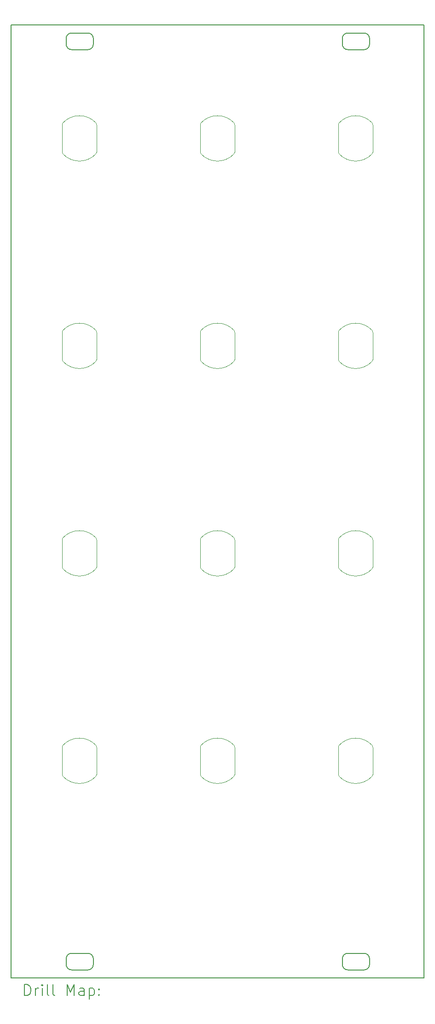
<source format=gbr>
%TF.GenerationSoftware,KiCad,Pcbnew,8.0.6*%
%TF.CreationDate,2025-04-05T09:24:30-04:00*%
%TF.ProjectId,BlindsPanel,426c696e-6473-4506-916e-656c2e6b6963,rev?*%
%TF.SameCoordinates,Original*%
%TF.FileFunction,Drillmap*%
%TF.FilePolarity,Positive*%
%FSLAX45Y45*%
G04 Gerber Fmt 4.5, Leading zero omitted, Abs format (unit mm)*
G04 Created by KiCad (PCBNEW 8.0.6) date 2025-04-05 09:24:30*
%MOMM*%
%LPD*%
G01*
G04 APERTURE LIST*
%ADD10C,0.200000*%
%ADD11C,0.100000*%
G04 APERTURE END LIST*
D10*
X8900000Y-1727500D02*
X16500000Y-1727500D01*
X16500000Y-19227500D01*
X8900000Y-19227500D01*
X8900000Y-1727500D01*
D11*
X12382500Y-4060110D02*
X12382500Y-3559370D01*
X13017500Y-3559870D02*
X13017500Y-4060630D01*
X12382500Y-3559370D02*
G75*
G02*
X12396000Y-3525200I49998J-2D01*
G01*
X12396000Y-3525200D02*
G75*
G02*
X13004000Y-3525200I304000J-284800D01*
G01*
X12396000Y-4094800D02*
G75*
G02*
X12382500Y-4060110I36522J34185D01*
G01*
X13004000Y-3525200D02*
G75*
G02*
X13017501Y-3559870I-36480J-34170D01*
G01*
X13004000Y-4094800D02*
G75*
G02*
X12396000Y-4094800I-304000J284800D01*
G01*
X13017500Y-4060630D02*
G75*
G02*
X13004000Y-4094800I-49989J-2D01*
G01*
D10*
X14996250Y-2080000D02*
X14996250Y-1975000D01*
X15096250Y-1875000D02*
X15396250Y-1875000D01*
X15396250Y-2180000D02*
X15096250Y-2180000D01*
X15496250Y-1975000D02*
X15496250Y-2080000D01*
X14996250Y-1975000D02*
G75*
G02*
X15096250Y-1875000I100000J0D01*
G01*
X15096250Y-2180000D02*
G75*
G02*
X14996250Y-2080000I0J100000D01*
G01*
X15396250Y-1875000D02*
G75*
G02*
X15496250Y-1975000I0J-100000D01*
G01*
X15496250Y-2080000D02*
G75*
G02*
X15396250Y-2180000I-100000J0D01*
G01*
D11*
X9842500Y-11680110D02*
X9842500Y-11179370D01*
X10477500Y-11179870D02*
X10477500Y-11680630D01*
X9842500Y-11179370D02*
G75*
G02*
X9856000Y-11145200I49998J-2D01*
G01*
X9856000Y-11145200D02*
G75*
G02*
X10464000Y-11145200I304000J-284800D01*
G01*
X9856000Y-11714800D02*
G75*
G02*
X9842500Y-11680110I36522J34185D01*
G01*
X10464000Y-11145200D02*
G75*
G02*
X10477501Y-11179870I-36480J-34170D01*
G01*
X10464000Y-11714800D02*
G75*
G02*
X9856000Y-11714800I-304000J284800D01*
G01*
X10477500Y-11680630D02*
G75*
G02*
X10464000Y-11714800I-49989J-2D01*
G01*
D10*
X9916250Y-18980000D02*
X9916250Y-18875000D01*
X10016250Y-18775000D02*
X10316250Y-18775000D01*
X10316250Y-19080000D02*
X10016250Y-19080000D01*
X10416250Y-18875000D02*
X10416250Y-18980000D01*
X9916250Y-18875000D02*
G75*
G02*
X10016250Y-18775000I100000J0D01*
G01*
X10016250Y-19080000D02*
G75*
G02*
X9916250Y-18980000I0J100000D01*
G01*
X10316250Y-18775000D02*
G75*
G02*
X10416250Y-18875000I0J-100000D01*
G01*
X10416250Y-18980000D02*
G75*
G02*
X10316250Y-19080000I-100000J0D01*
G01*
D11*
X14922500Y-4060110D02*
X14922500Y-3559370D01*
X15557500Y-3559870D02*
X15557500Y-4060630D01*
X14922500Y-3559370D02*
G75*
G02*
X14936000Y-3525200I49998J-2D01*
G01*
X14936000Y-3525200D02*
G75*
G02*
X15544000Y-3525200I304000J-284800D01*
G01*
X14936000Y-4094800D02*
G75*
G02*
X14922500Y-4060110I36522J34185D01*
G01*
X15544000Y-3525200D02*
G75*
G02*
X15557501Y-3559870I-36480J-34170D01*
G01*
X15544000Y-4094800D02*
G75*
G02*
X14936000Y-4094800I-304000J284800D01*
G01*
X15557500Y-4060630D02*
G75*
G02*
X15544000Y-4094800I-49989J-2D01*
G01*
X9842500Y-7870110D02*
X9842500Y-7369370D01*
X10477500Y-7369870D02*
X10477500Y-7870630D01*
X9842500Y-7369370D02*
G75*
G02*
X9856000Y-7335200I49998J-2D01*
G01*
X9856000Y-7335200D02*
G75*
G02*
X10464000Y-7335200I304000J-284800D01*
G01*
X9856000Y-7904800D02*
G75*
G02*
X9842500Y-7870110I36522J34185D01*
G01*
X10464000Y-7335200D02*
G75*
G02*
X10477501Y-7369870I-36480J-34170D01*
G01*
X10464000Y-7904800D02*
G75*
G02*
X9856000Y-7904800I-304000J284800D01*
G01*
X10477500Y-7870630D02*
G75*
G02*
X10464000Y-7904800I-49989J-2D01*
G01*
D10*
X9916250Y-2080000D02*
X9916250Y-1975000D01*
X10016250Y-1875000D02*
X10316250Y-1875000D01*
X10316250Y-2180000D02*
X10016250Y-2180000D01*
X10416250Y-1975000D02*
X10416250Y-2080000D01*
X9916250Y-1975000D02*
G75*
G02*
X10016250Y-1875000I100000J0D01*
G01*
X10016250Y-2180000D02*
G75*
G02*
X9916250Y-2080000I0J100000D01*
G01*
X10316250Y-1875000D02*
G75*
G02*
X10416250Y-1975000I0J-100000D01*
G01*
X10416250Y-2080000D02*
G75*
G02*
X10316250Y-2180000I-100000J0D01*
G01*
D11*
X9842500Y-15490110D02*
X9842500Y-14989370D01*
X10477500Y-14989870D02*
X10477500Y-15490630D01*
X9842500Y-14989370D02*
G75*
G02*
X9856000Y-14955200I49998J-2D01*
G01*
X9856000Y-14955200D02*
G75*
G02*
X10464000Y-14955200I304000J-284800D01*
G01*
X9856000Y-15524800D02*
G75*
G02*
X9842500Y-15490110I36522J34185D01*
G01*
X10464000Y-14955200D02*
G75*
G02*
X10477501Y-14989870I-36480J-34170D01*
G01*
X10464000Y-15524800D02*
G75*
G02*
X9856000Y-15524800I-304000J284800D01*
G01*
X10477500Y-15490630D02*
G75*
G02*
X10464000Y-15524800I-49989J-2D01*
G01*
X14922500Y-15490110D02*
X14922500Y-14989370D01*
X15557500Y-14989870D02*
X15557500Y-15490630D01*
X14922500Y-14989370D02*
G75*
G02*
X14936000Y-14955200I49998J-2D01*
G01*
X14936000Y-14955200D02*
G75*
G02*
X15544000Y-14955200I304000J-284800D01*
G01*
X14936000Y-15524800D02*
G75*
G02*
X14922500Y-15490110I36522J34185D01*
G01*
X15544000Y-14955200D02*
G75*
G02*
X15557501Y-14989870I-36480J-34170D01*
G01*
X15544000Y-15524800D02*
G75*
G02*
X14936000Y-15524800I-304000J284800D01*
G01*
X15557500Y-15490630D02*
G75*
G02*
X15544000Y-15524800I-49989J-2D01*
G01*
D10*
X14996250Y-18980000D02*
X14996250Y-18875000D01*
X15096250Y-18775000D02*
X15396250Y-18775000D01*
X15396250Y-19080000D02*
X15096250Y-19080000D01*
X15496250Y-18875000D02*
X15496250Y-18980000D01*
X14996250Y-18875000D02*
G75*
G02*
X15096250Y-18775000I100000J0D01*
G01*
X15096250Y-19080000D02*
G75*
G02*
X14996250Y-18980000I0J100000D01*
G01*
X15396250Y-18775000D02*
G75*
G02*
X15496250Y-18875000I0J-100000D01*
G01*
X15496250Y-18980000D02*
G75*
G02*
X15396250Y-19080000I-100000J0D01*
G01*
D11*
X14922500Y-7870110D02*
X14922500Y-7369370D01*
X15557500Y-7369870D02*
X15557500Y-7870630D01*
X14922500Y-7369370D02*
G75*
G02*
X14936000Y-7335200I49998J-2D01*
G01*
X14936000Y-7335200D02*
G75*
G02*
X15544000Y-7335200I304000J-284800D01*
G01*
X14936000Y-7904800D02*
G75*
G02*
X14922500Y-7870110I36522J34185D01*
G01*
X15544000Y-7335200D02*
G75*
G02*
X15557501Y-7369870I-36480J-34170D01*
G01*
X15544000Y-7904800D02*
G75*
G02*
X14936000Y-7904800I-304000J284800D01*
G01*
X15557500Y-7870630D02*
G75*
G02*
X15544000Y-7904800I-49989J-2D01*
G01*
X12382500Y-15490110D02*
X12382500Y-14989370D01*
X13017500Y-14989870D02*
X13017500Y-15490630D01*
X12382500Y-14989370D02*
G75*
G02*
X12396000Y-14955200I49998J-2D01*
G01*
X12396000Y-14955200D02*
G75*
G02*
X13004000Y-14955200I304000J-284800D01*
G01*
X12396000Y-15524800D02*
G75*
G02*
X12382500Y-15490110I36522J34185D01*
G01*
X13004000Y-14955200D02*
G75*
G02*
X13017501Y-14989870I-36480J-34170D01*
G01*
X13004000Y-15524800D02*
G75*
G02*
X12396000Y-15524800I-304000J284800D01*
G01*
X13017500Y-15490630D02*
G75*
G02*
X13004000Y-15524800I-49989J-2D01*
G01*
X12382500Y-11680110D02*
X12382500Y-11179370D01*
X13017500Y-11179870D02*
X13017500Y-11680630D01*
X12382500Y-11179370D02*
G75*
G02*
X12396000Y-11145200I49998J-2D01*
G01*
X12396000Y-11145200D02*
G75*
G02*
X13004000Y-11145200I304000J-284800D01*
G01*
X12396000Y-11714800D02*
G75*
G02*
X12382500Y-11680110I36522J34185D01*
G01*
X13004000Y-11145200D02*
G75*
G02*
X13017501Y-11179870I-36480J-34170D01*
G01*
X13004000Y-11714800D02*
G75*
G02*
X12396000Y-11714800I-304000J284800D01*
G01*
X13017500Y-11680630D02*
G75*
G02*
X13004000Y-11714800I-49989J-2D01*
G01*
X9842500Y-4060110D02*
X9842500Y-3559370D01*
X10477500Y-3559870D02*
X10477500Y-4060630D01*
X9842500Y-3559370D02*
G75*
G02*
X9856000Y-3525200I49998J-2D01*
G01*
X9856000Y-3525200D02*
G75*
G02*
X10464000Y-3525200I304000J-284800D01*
G01*
X9856000Y-4094800D02*
G75*
G02*
X9842500Y-4060110I36522J34185D01*
G01*
X10464000Y-3525200D02*
G75*
G02*
X10477501Y-3559870I-36480J-34170D01*
G01*
X10464000Y-4094800D02*
G75*
G02*
X9856000Y-4094800I-304000J284800D01*
G01*
X10477500Y-4060630D02*
G75*
G02*
X10464000Y-4094800I-49989J-2D01*
G01*
X12382500Y-7870110D02*
X12382500Y-7369370D01*
X13017500Y-7369870D02*
X13017500Y-7870630D01*
X12382500Y-7369370D02*
G75*
G02*
X12396000Y-7335200I49998J-2D01*
G01*
X12396000Y-7335200D02*
G75*
G02*
X13004000Y-7335200I304000J-284800D01*
G01*
X12396000Y-7904800D02*
G75*
G02*
X12382500Y-7870110I36522J34185D01*
G01*
X13004000Y-7335200D02*
G75*
G02*
X13017501Y-7369870I-36480J-34170D01*
G01*
X13004000Y-7904800D02*
G75*
G02*
X12396000Y-7904800I-304000J284800D01*
G01*
X13017500Y-7870630D02*
G75*
G02*
X13004000Y-7904800I-49989J-2D01*
G01*
X14922500Y-11680110D02*
X14922500Y-11179370D01*
X15557500Y-11179870D02*
X15557500Y-11680630D01*
X14922500Y-11179370D02*
G75*
G02*
X14936000Y-11145200I49998J-2D01*
G01*
X14936000Y-11145200D02*
G75*
G02*
X15544000Y-11145200I304000J-284800D01*
G01*
X14936000Y-11714800D02*
G75*
G02*
X14922500Y-11680110I36522J34185D01*
G01*
X15544000Y-11145200D02*
G75*
G02*
X15557501Y-11179870I-36480J-34170D01*
G01*
X15544000Y-11714800D02*
G75*
G02*
X14936000Y-11714800I-304000J284800D01*
G01*
X15557500Y-11680630D02*
G75*
G02*
X15544000Y-11714800I-49989J-2D01*
G01*
D10*
X9150777Y-19548984D02*
X9150777Y-19348984D01*
X9150777Y-19348984D02*
X9198396Y-19348984D01*
X9198396Y-19348984D02*
X9226967Y-19358508D01*
X9226967Y-19358508D02*
X9246015Y-19377555D01*
X9246015Y-19377555D02*
X9255539Y-19396603D01*
X9255539Y-19396603D02*
X9265063Y-19434698D01*
X9265063Y-19434698D02*
X9265063Y-19463270D01*
X9265063Y-19463270D02*
X9255539Y-19501365D01*
X9255539Y-19501365D02*
X9246015Y-19520412D01*
X9246015Y-19520412D02*
X9226967Y-19539460D01*
X9226967Y-19539460D02*
X9198396Y-19548984D01*
X9198396Y-19548984D02*
X9150777Y-19548984D01*
X9350777Y-19548984D02*
X9350777Y-19415650D01*
X9350777Y-19453746D02*
X9360301Y-19434698D01*
X9360301Y-19434698D02*
X9369824Y-19425174D01*
X9369824Y-19425174D02*
X9388872Y-19415650D01*
X9388872Y-19415650D02*
X9407920Y-19415650D01*
X9474586Y-19548984D02*
X9474586Y-19415650D01*
X9474586Y-19348984D02*
X9465063Y-19358508D01*
X9465063Y-19358508D02*
X9474586Y-19368031D01*
X9474586Y-19368031D02*
X9484110Y-19358508D01*
X9484110Y-19358508D02*
X9474586Y-19348984D01*
X9474586Y-19348984D02*
X9474586Y-19368031D01*
X9598396Y-19548984D02*
X9579348Y-19539460D01*
X9579348Y-19539460D02*
X9569824Y-19520412D01*
X9569824Y-19520412D02*
X9569824Y-19348984D01*
X9703158Y-19548984D02*
X9684110Y-19539460D01*
X9684110Y-19539460D02*
X9674586Y-19520412D01*
X9674586Y-19520412D02*
X9674586Y-19348984D01*
X9931729Y-19548984D02*
X9931729Y-19348984D01*
X9931729Y-19348984D02*
X9998396Y-19491841D01*
X9998396Y-19491841D02*
X10065063Y-19348984D01*
X10065063Y-19348984D02*
X10065063Y-19548984D01*
X10246015Y-19548984D02*
X10246015Y-19444222D01*
X10246015Y-19444222D02*
X10236491Y-19425174D01*
X10236491Y-19425174D02*
X10217444Y-19415650D01*
X10217444Y-19415650D02*
X10179348Y-19415650D01*
X10179348Y-19415650D02*
X10160301Y-19425174D01*
X10246015Y-19539460D02*
X10226967Y-19548984D01*
X10226967Y-19548984D02*
X10179348Y-19548984D01*
X10179348Y-19548984D02*
X10160301Y-19539460D01*
X10160301Y-19539460D02*
X10150777Y-19520412D01*
X10150777Y-19520412D02*
X10150777Y-19501365D01*
X10150777Y-19501365D02*
X10160301Y-19482317D01*
X10160301Y-19482317D02*
X10179348Y-19472793D01*
X10179348Y-19472793D02*
X10226967Y-19472793D01*
X10226967Y-19472793D02*
X10246015Y-19463270D01*
X10341253Y-19415650D02*
X10341253Y-19615650D01*
X10341253Y-19425174D02*
X10360301Y-19415650D01*
X10360301Y-19415650D02*
X10398396Y-19415650D01*
X10398396Y-19415650D02*
X10417444Y-19425174D01*
X10417444Y-19425174D02*
X10426967Y-19434698D01*
X10426967Y-19434698D02*
X10436491Y-19453746D01*
X10436491Y-19453746D02*
X10436491Y-19510889D01*
X10436491Y-19510889D02*
X10426967Y-19529936D01*
X10426967Y-19529936D02*
X10417444Y-19539460D01*
X10417444Y-19539460D02*
X10398396Y-19548984D01*
X10398396Y-19548984D02*
X10360301Y-19548984D01*
X10360301Y-19548984D02*
X10341253Y-19539460D01*
X10522205Y-19529936D02*
X10531729Y-19539460D01*
X10531729Y-19539460D02*
X10522205Y-19548984D01*
X10522205Y-19548984D02*
X10512682Y-19539460D01*
X10512682Y-19539460D02*
X10522205Y-19529936D01*
X10522205Y-19529936D02*
X10522205Y-19548984D01*
X10522205Y-19425174D02*
X10531729Y-19434698D01*
X10531729Y-19434698D02*
X10522205Y-19444222D01*
X10522205Y-19444222D02*
X10512682Y-19434698D01*
X10512682Y-19434698D02*
X10522205Y-19425174D01*
X10522205Y-19425174D02*
X10522205Y-19444222D01*
M02*

</source>
